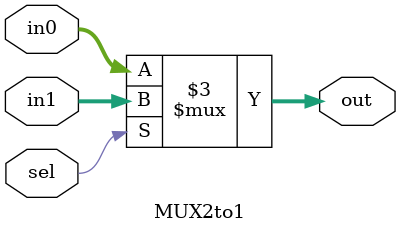
<source format=v>
`timescale 1ns / 1ps
`define rt 20:16
`define rd 15:11
module MUX3to1(in0, in1, in2, sel, out);
	parameter WIDTH_DATA = 32;
	input [WIDTH_DATA:1] in0;
	input [WIDTH_DATA:1] in1;
	input [WIDTH_DATA:1] in2;
	input [1:0] sel;
	output reg [WIDTH_DATA:1] out;
	always @(*) begin
		case(sel)
			2: out = in2;
			1: out = in1;
			default: out = in0;
		endcase
	end
endmodule 

module MUX2to1(in0, in1, sel, out);
		parameter WIDTH_DATA = 32;
		input [WIDTH_DATA:1] in0;
		input [WIDTH_DATA:1] in1;
		input sel;
		output reg [WIDTH_DATA:1] out;
		always @(*)begin
			case(sel)
				1: out = in1;
				default: out = in0;
			endcase
		end
endmodule

</source>
